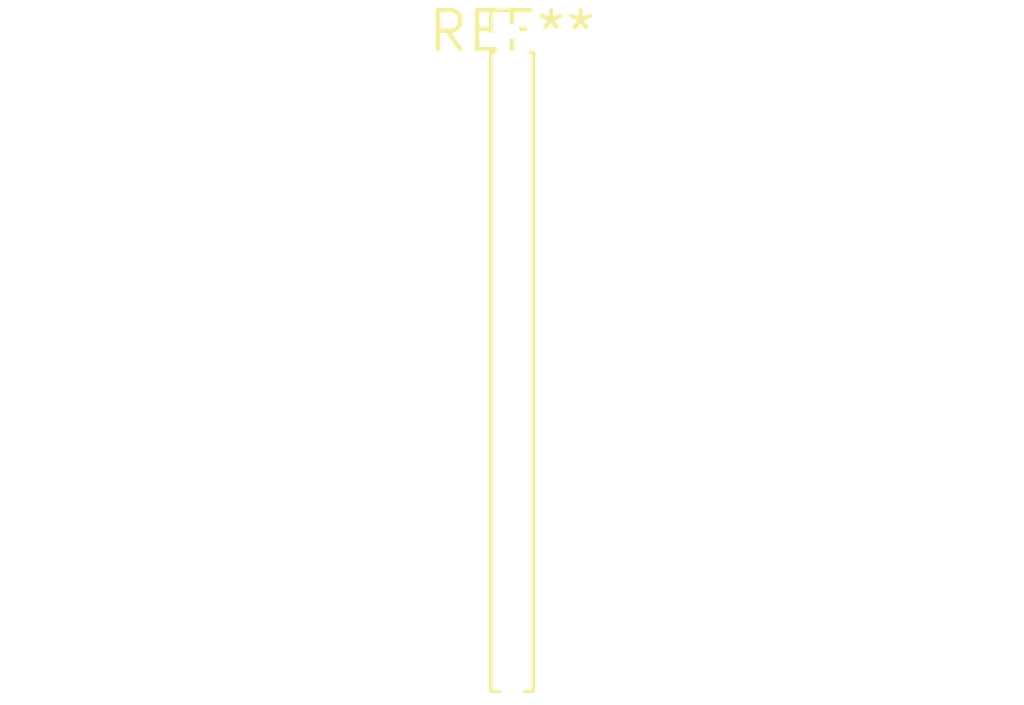
<source format=kicad_pcb>
(kicad_pcb (version 20240108) (generator pcbnew)
  (layers (0 "F.Cu" signal) (31 "B.Cu" signal) (34 "B.Paste" user) (35 "F.Paste" user) (36 "B.SilkS" user "B.Silkscreen") (37 "F.SilkS" user "F.Silkscreen") (38 "B.Mask" user) (39 "F.Mask" user) (44 "Edge.Cuts" user))
  (net 0 "")
  (footprint "PinHeader_1x22_P1.00mm_Vertical" (layer "F.Cu") (at 0 0)
    (property "Reference" "REF**")
    (property "Value" "PinHeader_1x22_P1.00mm_Vertical")
    (fp_line (start -0.695 -0.685) (end 0 -0.685) (layer "F.SilkS") (stroke (width 0.12)))
    (fp_line (start -0.695 0) (end -0.695 -0.685) (layer "F.SilkS") (stroke (width 0.12)))
    (fp_line (start -0.695 0.685) (end -0.695 21.56) (layer "F.SilkS") (stroke (width 0.12)))
    (fp_line (start -0.695 0.685) (end -0.608276 0.685) (layer "F.SilkS") (stroke (width 0.12)))
    (fp_line (start -0.695 21.56) (end -0.394493 21.56) (layer "F.SilkS") (stroke (width 0.12)))
    (fp_line (start 0.394493 21.56) (end 0.695 21.56) (layer "F.SilkS") (stroke (width 0.12)))
    (fp_line (start 0.608276 0.685) (end 0.695 0.685) (layer "F.SilkS") (stroke (width 0.12)))
    (fp_line (start 0.695 0.685) (end 0.695 21.56) (layer "F.SilkS") (stroke (width 0.12)))
    (pad "1" thru_hole rect (at 0 0) (size 0.85 0.85) (drill 0.5) (layers *.Cu *.Mask) (remove_unused_layers))
    (pad "2" thru_hole oval (at 0 1) (size 0.85 0.85) (drill 0.5) (layers *.Cu *.Mask) (remove_unused_layers))
    (pad "3" thru_hole oval (at 0 2) (size 0.85 0.85) (drill 0.5) (layers *.Cu *.Mask) (remove_unused_layers))
    (pad "4" thru_hole oval (at 0 3) (size 0.85 0.85) (drill 0.5) (layers *.Cu *.Mask) (remove_unused_layers))
    (pad "5" thru_hole oval (at 0 4) (size 0.85 0.85) (drill 0.5) (layers *.Cu *.Mask) (remove_unused_layers))
    (pad "6" thru_hole oval (at 0 5) (size 0.85 0.85) (drill 0.5) (layers *.Cu *.Mask) (remove_unused_layers))
    (pad "7" thru_hole oval (at 0 6) (size 0.85 0.85) (drill 0.5) (layers *.Cu *.Mask) (remove_unused_layers))
    (pad "8" thru_hole oval (at 0 7) (size 0.85 0.85) (drill 0.5) (layers *.Cu *.Mask) (remove_unused_layers))
    (pad "9" thru_hole oval (at 0 8) (size 0.85 0.85) (drill 0.5) (layers *.Cu *.Mask) (remove_unused_layers))
    (pad "10" thru_hole oval (at 0 9) (size 0.85 0.85) (drill 0.5) (layers *.Cu *.Mask) (remove_unused_layers))
    (pad "11" thru_hole oval (at 0 10) (size 0.85 0.85) (drill 0.5) (layers *.Cu *.Mask) (remove_unused_layers))
    (pad "12" thru_hole oval (at 0 11) (size 0.85 0.85) (drill 0.5) (layers *.Cu *.Mask) (remove_unused_layers))
    (pad "13" thru_hole oval (at 0 12) (size 0.85 0.85) (drill 0.5) (layers *.Cu *.Mask) (remove_unused_layers))
    (pad "14" thru_hole oval (at 0 13) (size 0.85 0.85) (drill 0.5) (layers *.Cu *.Mask) (remove_unused_layers))
    (pad "15" thru_hole oval (at 0 14) (size 0.85 0.85) (drill 0.5) (layers *.Cu *.Mask) (remove_unused_layers))
    (pad "16" thru_hole oval (at 0 15) (size 0.85 0.85) (drill 0.5) (layers *.Cu *.Mask) (remove_unused_layers))
    (pad "17" thru_hole oval (at 0 16) (size 0.85 0.85) (drill 0.5) (layers *.Cu *.Mask) (remove_unused_layers))
    (pad "18" thru_hole oval (at 0 17) (size 0.85 0.85) (drill 0.5) (layers *.Cu *.Mask) (remove_unused_layers))
    (pad "19" thru_hole oval (at 0 18) (size 0.85 0.85) (drill 0.5) (layers *.Cu *.Mask) (remove_unused_layers))
    (pad "20" thru_hole oval (at 0 19) (size 0.85 0.85) (drill 0.5) (layers *.Cu *.Mask) (remove_unused_layers))
    (pad "21" thru_hole oval (at 0 20) (size 0.85 0.85) (drill 0.5) (layers *.Cu *.Mask) (remove_unused_layers))
    (pad "22" thru_hole oval (at 0 21) (size 0.85 0.85) (drill 0.5) (layers *.Cu *.Mask) (remove_unused_layers))
  )
)
</source>
